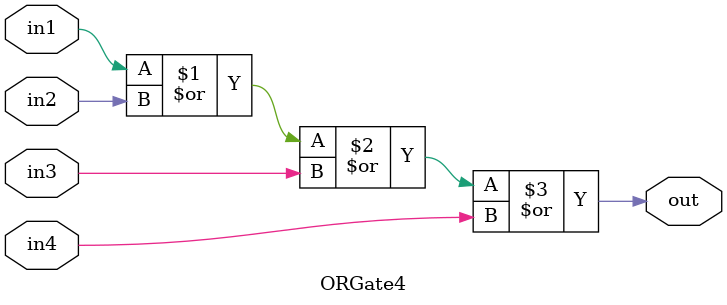
<source format=v>
module ORGate(in1, in2, out);

	input in1, in2;
	output out;
	assign out = in1 | in2;
	
endmodule

module ORGate4(in1, in2, in3, in4, out);

	input in1, in2, in3, in4;
	output out;
	assign out = in1 | in2 | in3 |in4;
	
endmodule

</source>
